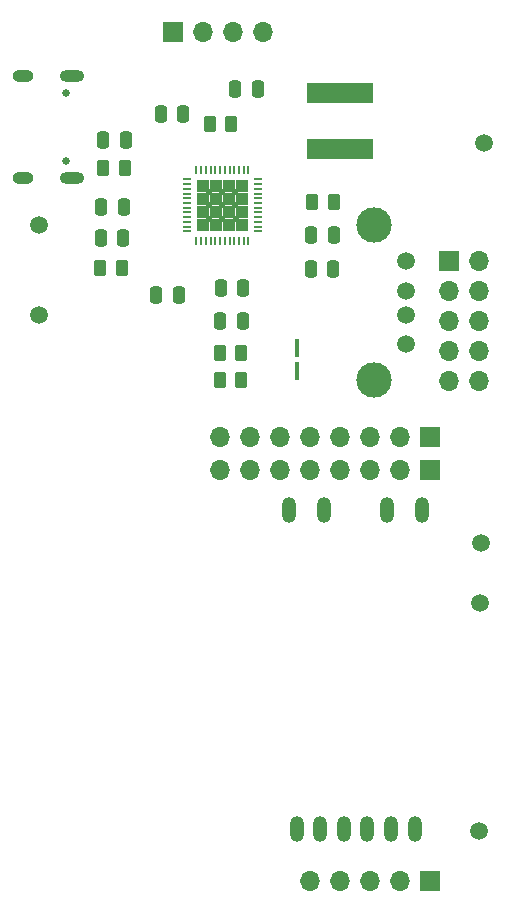
<source format=gbr>
%TF.GenerationSoftware,KiCad,Pcbnew,7.0.10*%
%TF.CreationDate,2025-01-07T15:59:30-07:00*%
%TF.ProjectId,HATA_ver_8.3.1,48415441-5f76-4657-925f-382e332e312e,8.3.1*%
%TF.SameCoordinates,Original*%
%TF.FileFunction,Soldermask,Bot*%
%TF.FilePolarity,Negative*%
%FSLAX46Y46*%
G04 Gerber Fmt 4.6, Leading zero omitted, Abs format (unit mm)*
G04 Created by KiCad (PCBNEW 7.0.10) date 2025-01-07 15:59:30*
%MOMM*%
%LPD*%
G01*
G04 APERTURE LIST*
G04 Aperture macros list*
%AMRoundRect*
0 Rectangle with rounded corners*
0 $1 Rounding radius*
0 $2 $3 $4 $5 $6 $7 $8 $9 X,Y pos of 4 corners*
0 Add a 4 corners polygon primitive as box body*
4,1,4,$2,$3,$4,$5,$6,$7,$8,$9,$2,$3,0*
0 Add four circle primitives for the rounded corners*
1,1,$1+$1,$2,$3*
1,1,$1+$1,$4,$5*
1,1,$1+$1,$6,$7*
1,1,$1+$1,$8,$9*
0 Add four rect primitives between the rounded corners*
20,1,$1+$1,$2,$3,$4,$5,0*
20,1,$1+$1,$4,$5,$6,$7,0*
20,1,$1+$1,$6,$7,$8,$9,0*
20,1,$1+$1,$8,$9,$2,$3,0*%
G04 Aperture macros list end*
%ADD10C,1.500000*%
%ADD11C,1.501140*%
%ADD12C,2.999740*%
%ADD13R,1.700000X1.700000*%
%ADD14O,1.700000X1.700000*%
%ADD15C,0.650000*%
%ADD16O,1.800000X1.000000*%
%ADD17O,2.100000X1.000000*%
%ADD18R,0.800000X0.200000*%
%ADD19R,0.200000X0.800000*%
%ADD20R,1.112500X1.112500*%
%ADD21C,0.508000*%
%ADD22RoundRect,0.250000X-0.250000X-0.475000X0.250000X-0.475000X0.250000X0.475000X-0.250000X0.475000X0*%
%ADD23R,0.400000X1.500000*%
%ADD24RoundRect,0.250000X0.262500X0.450000X-0.262500X0.450000X-0.262500X-0.450000X0.262500X-0.450000X0*%
%ADD25RoundRect,0.250000X-0.262500X-0.450000X0.262500X-0.450000X0.262500X0.450000X-0.262500X0.450000X0*%
%ADD26RoundRect,0.250000X0.250000X0.475000X-0.250000X0.475000X-0.250000X-0.475000X0.250000X-0.475000X0*%
%ADD27R,5.700000X1.800000*%
%ADD28O,1.200000X2.200000*%
G04 APERTURE END LIST*
D10*
%TO.C,TP3*%
X239430000Y-151780000D03*
%TD*%
%TO.C,TP5*%
X202040000Y-127380000D03*
%TD*%
D11*
%TO.C,P3*%
X233160000Y-122845000D03*
X233160000Y-125345000D03*
X233160000Y-127345000D03*
X233160000Y-129845000D03*
D12*
X230450000Y-119775000D03*
X230450000Y-132915000D03*
%TD*%
D13*
%TO.C,P6*%
X235200000Y-137680000D03*
D14*
X232660000Y-137680000D03*
X230120000Y-137680000D03*
X227580000Y-137680000D03*
X225040000Y-137680000D03*
X222500000Y-137680000D03*
X219960000Y-137680000D03*
X217420000Y-137680000D03*
%TD*%
D10*
%TO.C,TP2*%
X239490000Y-146720000D03*
%TD*%
%TO.C,TP4*%
X239350000Y-171050000D03*
%TD*%
D13*
%TO.C,P7*%
X235200000Y-175320000D03*
D14*
X232660000Y-175320000D03*
X230120000Y-175320000D03*
X227580000Y-175320000D03*
X225040000Y-175320000D03*
%TD*%
D13*
%TO.C,P5*%
X235200000Y-140470000D03*
D14*
X232660000Y-140470000D03*
X230120000Y-140470000D03*
X227580000Y-140470000D03*
X225040000Y-140470000D03*
X222500000Y-140470000D03*
X219960000Y-140470000D03*
X217420000Y-140470000D03*
%TD*%
D13*
%TO.C,J10*%
X236790000Y-122800000D03*
D14*
X239330000Y-122800000D03*
X236790000Y-125340000D03*
X239330000Y-125340000D03*
X236790000Y-127880000D03*
X239330000Y-127880000D03*
X236790000Y-130420000D03*
X239330000Y-130420000D03*
X236790000Y-132960000D03*
X239330000Y-132960000D03*
%TD*%
D13*
%TO.C,P2*%
X213390000Y-103390000D03*
D14*
X215930000Y-103390000D03*
X218470000Y-103390000D03*
X221010000Y-103390000D03*
%TD*%
D10*
%TO.C,TP1*%
X202040000Y-119730000D03*
%TD*%
%TO.C,TP6*%
X239770000Y-112850000D03*
%TD*%
D15*
%TO.C,P1*%
X204372500Y-108550000D03*
X204372500Y-114330000D03*
D16*
X200692500Y-115760000D03*
X200692500Y-107120000D03*
D17*
X204872500Y-115760000D03*
X204872500Y-107120000D03*
%TD*%
D18*
%TO.C,U4*%
X220610000Y-115900000D03*
X220610000Y-116300000D03*
X220610000Y-116700000D03*
X220610000Y-117100000D03*
X220610000Y-117500000D03*
X220610000Y-117900000D03*
X220610000Y-118300000D03*
X220610000Y-118700000D03*
X220610000Y-119100000D03*
X220610000Y-119500000D03*
X220610000Y-119900000D03*
X220610000Y-120300000D03*
D19*
X219810000Y-121100000D03*
X219410000Y-121100000D03*
X219010000Y-121100000D03*
X218610000Y-121100000D03*
X218210000Y-121100000D03*
X217810000Y-121100000D03*
X217410000Y-121100000D03*
X217010000Y-121100000D03*
X216610000Y-121100000D03*
X216210000Y-121100000D03*
X215810000Y-121100000D03*
X215410000Y-121100000D03*
D18*
X214610000Y-120300000D03*
X214610000Y-119900000D03*
X214610000Y-119500000D03*
X214610000Y-119100000D03*
X214610000Y-118700000D03*
X214610000Y-118300000D03*
X214610000Y-117900000D03*
X214610000Y-117500000D03*
X214610000Y-117100000D03*
X214610000Y-116700000D03*
X214610000Y-116300000D03*
X214610000Y-115900000D03*
D19*
X215410000Y-115100000D03*
X215810000Y-115100000D03*
X216210000Y-115100000D03*
X216610000Y-115100000D03*
X217010000Y-115100000D03*
X217410000Y-115100000D03*
X217810000Y-115100000D03*
X218210000Y-115100000D03*
X218610000Y-115100000D03*
X219010000Y-115100000D03*
X219410000Y-115100000D03*
X219810000Y-115100000D03*
D20*
X218166250Y-117543750D03*
D21*
X217610000Y-119250000D03*
D20*
X218166250Y-118656250D03*
X219278750Y-116431250D03*
X219278750Y-118656250D03*
X217053750Y-116431250D03*
X217053750Y-118656250D03*
D21*
X216435000Y-118100000D03*
D20*
X215941250Y-119768750D03*
D21*
X217610000Y-117000000D03*
X217585000Y-118100000D03*
X216485000Y-117000000D03*
D20*
X217053750Y-119768750D03*
D21*
X218735000Y-119225000D03*
D20*
X215941250Y-117543750D03*
X218166250Y-116431250D03*
X215941250Y-116431250D03*
X217053750Y-117543750D03*
X215941250Y-118656250D03*
X219278750Y-119768750D03*
D21*
X216510000Y-119225000D03*
X218685000Y-118100000D03*
X218710000Y-117000000D03*
D20*
X219278750Y-117543750D03*
X218166250Y-119768750D03*
%TD*%
D22*
%TO.C,C18*%
X207306250Y-120873750D03*
X209206250Y-120873750D03*
%TD*%
D23*
%TO.C,JP1*%
X223916250Y-132153750D03*
X223916250Y-130153750D03*
%TD*%
D22*
%TO.C,C13*%
X212016250Y-125693750D03*
X213916250Y-125693750D03*
%TD*%
D24*
%TO.C,R11*%
X219218750Y-132843750D03*
X217393750Y-132843750D03*
%TD*%
D25*
%TO.C,R16*%
X216523750Y-111183750D03*
X218348750Y-111183750D03*
%TD*%
D22*
%TO.C,C16*%
X207506250Y-112603750D03*
X209406250Y-112603750D03*
%TD*%
%TO.C,C9*%
X217426250Y-127883750D03*
X219326250Y-127883750D03*
%TD*%
%TO.C,C11*%
X218686250Y-108283750D03*
X220586250Y-108283750D03*
%TD*%
D25*
%TO.C,R15*%
X217391250Y-130623750D03*
X219216250Y-130623750D03*
%TD*%
D26*
%TO.C,C14*%
X226976250Y-123443750D03*
X225076250Y-123443750D03*
%TD*%
%TO.C,C15*%
X227026250Y-120623750D03*
X225126250Y-120623750D03*
%TD*%
D24*
%TO.C,R18*%
X209328750Y-114913750D03*
X207503750Y-114913750D03*
%TD*%
D25*
%TO.C,R17*%
X225213750Y-117833750D03*
X227038750Y-117833750D03*
%TD*%
D27*
%TO.C,L2*%
X227580000Y-108620000D03*
X227580000Y-113320000D03*
%TD*%
D22*
%TO.C,C17*%
X207356250Y-118253750D03*
X209256250Y-118253750D03*
%TD*%
D26*
%TO.C,C12*%
X219376250Y-125133750D03*
X217476250Y-125133750D03*
%TD*%
D25*
%TO.C,R19*%
X207253750Y-123363750D03*
X209078750Y-123363750D03*
%TD*%
D26*
%TO.C,C10*%
X214306250Y-110403750D03*
X212406250Y-110403750D03*
%TD*%
D28*
%TO.C,U1*%
X223880010Y-170899990D03*
X225880010Y-170899990D03*
X227880010Y-170899990D03*
X229880010Y-170899990D03*
X231880010Y-170899990D03*
X233880010Y-170899990D03*
X234530010Y-143899990D03*
X231530010Y-143899990D03*
X226230010Y-143899990D03*
X223230010Y-143899990D03*
%TD*%
M02*

</source>
